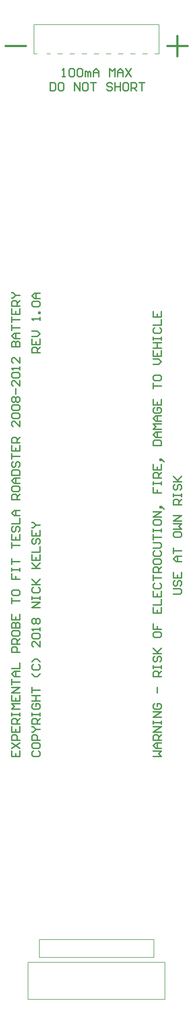
<source format=gto>
G04 Layer_Color=65535*
%FSLAX25Y25*%
%MOIN*%
G70*
G01*
G75*
%ADD10C,0.02500*%
%ADD17C,0.00500*%
%ADD18C,0.01500*%
D10*
X-112500Y1175000D02*
X-87500D01*
X87500D02*
X112500D01*
X100000Y1162500D02*
Y1187500D01*
D17*
X-84646Y689D02*
X84646D01*
X-84646D02*
Y46358D01*
X84646D01*
Y689D02*
Y46358D01*
X70866Y52382D02*
Y74429D01*
X-70866D02*
X70866D01*
X-70866Y52382D02*
Y74429D01*
Y52382D02*
X70866D01*
X77300Y1165276D02*
Y1201496D01*
X-77300D02*
X77300D01*
X-77300Y1165276D02*
Y1201496D01*
Y1165276D02*
X-73500D01*
X72000D02*
X77300D01*
X57000D02*
X63000D01*
X42000D02*
X48000D01*
X27000D02*
X33000D01*
X12000D02*
X18000D01*
X-3000D02*
X3000D01*
X-18000D02*
X-12000D01*
X-33000D02*
X-27000D01*
X-48000D02*
X-42000D01*
X-61500D02*
X-57000D01*
D18*
X95003Y500000D02*
X103334D01*
X105000Y501666D01*
Y504998D01*
X103334Y506665D01*
X95003D01*
X96669Y516661D02*
X95003Y514995D01*
Y511663D01*
X96669Y509997D01*
X98335D01*
X100002Y511663D01*
Y514995D01*
X101668Y516661D01*
X103334D01*
X105000Y514995D01*
Y511663D01*
X103334Y509997D01*
X95003Y526658D02*
Y519993D01*
X105000D01*
Y526658D01*
X100002Y519993D02*
Y523326D01*
X105000Y539987D02*
X98335D01*
X95003Y543319D01*
X98335Y546652D01*
X105000D01*
X100002D01*
Y539987D01*
X95003Y549984D02*
Y556648D01*
Y553316D01*
X105000D01*
X95003Y574976D02*
Y571643D01*
X96669Y569977D01*
X103334D01*
X105000Y571643D01*
Y574976D01*
X103334Y576642D01*
X96669D01*
X95003Y574976D01*
Y579974D02*
X105000D01*
X101668Y583306D01*
X105000Y586639D01*
X95003D01*
X105000Y589971D02*
X95003D01*
X105000Y596635D01*
X95003D01*
X105000Y609965D02*
X95003D01*
Y614963D01*
X96669Y616629D01*
X100002D01*
X101668Y614963D01*
Y609965D01*
Y613297D02*
X105000Y616629D01*
X95003Y619961D02*
Y623293D01*
Y621627D01*
X105000D01*
Y619961D01*
Y623293D01*
X96669Y634956D02*
X95003Y633290D01*
Y629958D01*
X96669Y628292D01*
X98335D01*
X100002Y629958D01*
Y633290D01*
X101668Y634956D01*
X103334D01*
X105000Y633290D01*
Y629958D01*
X103334Y628292D01*
X95003Y638289D02*
X105000D01*
X101668D01*
X95003Y644953D01*
X100002Y639955D01*
X105000Y644953D01*
X-57500Y1129997D02*
Y1120000D01*
X-52502D01*
X-50836Y1121666D01*
Y1128331D01*
X-52502Y1129997D01*
X-57500D01*
X-42505D02*
X-45837D01*
X-47503Y1128331D01*
Y1121666D01*
X-45837Y1120000D01*
X-42505D01*
X-40839Y1121666D01*
Y1128331D01*
X-42505Y1129997D01*
X-27510Y1120000D02*
Y1129997D01*
X-20845Y1120000D01*
Y1129997D01*
X-12515D02*
X-15847D01*
X-17513Y1128331D01*
Y1121666D01*
X-15847Y1120000D01*
X-12515D01*
X-10848Y1121666D01*
Y1128331D01*
X-12515Y1129997D01*
X-7516D02*
X-852D01*
X-4184D01*
Y1120000D01*
X19142Y1128331D02*
X17476Y1129997D01*
X14143D01*
X12477Y1128331D01*
Y1126665D01*
X14143Y1124998D01*
X17476D01*
X19142Y1123332D01*
Y1121666D01*
X17476Y1120000D01*
X14143D01*
X12477Y1121666D01*
X22474Y1129997D02*
Y1120000D01*
Y1124998D01*
X29139D01*
Y1129997D01*
Y1120000D01*
X37469Y1129997D02*
X34137D01*
X32471Y1128331D01*
Y1121666D01*
X34137Y1120000D01*
X37469D01*
X39135Y1121666D01*
Y1128331D01*
X37469Y1129997D01*
X42468Y1120000D02*
Y1129997D01*
X47466D01*
X49132Y1128331D01*
Y1124998D01*
X47466Y1123332D01*
X42468D01*
X45800D02*
X49132Y1120000D01*
X52464Y1129997D02*
X59129D01*
X55797D01*
Y1120000D01*
X70003Y300000D02*
X80000D01*
X76668Y303332D01*
X80000Y306664D01*
X70003D01*
X80000Y309997D02*
X73335D01*
X70003Y313329D01*
X73335Y316661D01*
X80000D01*
X75002D01*
Y309997D01*
X80000Y319993D02*
X70003D01*
Y324992D01*
X71669Y326658D01*
X75002D01*
X76668Y324992D01*
Y319993D01*
Y323326D02*
X80000Y326658D01*
Y329990D02*
X70003D01*
X80000Y336655D01*
X70003D01*
Y339987D02*
Y343319D01*
Y341653D01*
X80000D01*
Y339987D01*
Y343319D01*
Y348318D02*
X70003D01*
X80000Y354982D01*
X70003D01*
X71669Y364979D02*
X70003Y363313D01*
Y359981D01*
X71669Y358314D01*
X78334D01*
X80000Y359981D01*
Y363313D01*
X78334Y364979D01*
X75002D01*
Y361647D01*
Y378308D02*
Y384973D01*
X80000Y398302D02*
X70003D01*
Y403300D01*
X71669Y404966D01*
X75002D01*
X76668Y403300D01*
Y398302D01*
Y401634D02*
X80000Y404966D01*
X70003Y408298D02*
Y411631D01*
Y409965D01*
X80000D01*
Y408298D01*
Y411631D01*
X71669Y423293D02*
X70003Y421627D01*
Y418295D01*
X71669Y416629D01*
X73335D01*
X75002Y418295D01*
Y421627D01*
X76668Y423293D01*
X78334D01*
X80000Y421627D01*
Y418295D01*
X78334Y416629D01*
X70003Y426626D02*
X80000D01*
X76668D01*
X70003Y433290D01*
X75002Y428292D01*
X80000Y433290D01*
X70003Y451618D02*
Y448285D01*
X71669Y446619D01*
X78334D01*
X80000Y448285D01*
Y451618D01*
X78334Y453284D01*
X71669D01*
X70003Y451618D01*
Y463281D02*
Y456616D01*
X75002D01*
Y459948D01*
Y456616D01*
X80000D01*
X70003Y483274D02*
Y476610D01*
X80000D01*
Y483274D01*
X75002Y476610D02*
Y479942D01*
X70003Y486606D02*
X80000D01*
Y493271D01*
X70003Y503268D02*
Y496603D01*
X80000D01*
Y503268D01*
X75002Y496603D02*
Y499935D01*
X71669Y513264D02*
X70003Y511598D01*
Y508266D01*
X71669Y506600D01*
X78334D01*
X80000Y508266D01*
Y511598D01*
X78334Y513264D01*
X70003Y516597D02*
Y523261D01*
Y519929D01*
X80000D01*
Y526593D02*
X70003D01*
Y531592D01*
X71669Y533258D01*
X75002D01*
X76668Y531592D01*
Y526593D01*
Y529926D02*
X80000Y533258D01*
X70003Y541589D02*
Y538256D01*
X71669Y536590D01*
X78334D01*
X80000Y538256D01*
Y541589D01*
X78334Y543255D01*
X71669D01*
X70003Y541589D01*
X71669Y553252D02*
X70003Y551585D01*
Y548253D01*
X71669Y546587D01*
X78334D01*
X80000Y548253D01*
Y551585D01*
X78334Y553252D01*
X70003Y556584D02*
X78334D01*
X80000Y558250D01*
Y561582D01*
X78334Y563248D01*
X70003D01*
Y566580D02*
Y573245D01*
Y569913D01*
X80000D01*
X70003Y576577D02*
Y579910D01*
Y578243D01*
X80000D01*
Y576577D01*
Y579910D01*
X70003Y589906D02*
Y586574D01*
X71669Y584908D01*
X78334D01*
X80000Y586574D01*
Y589906D01*
X78334Y591573D01*
X71669D01*
X70003Y589906D01*
X80000Y594905D02*
X70003D01*
X80000Y601569D01*
X70003D01*
X81666Y606568D02*
X80000Y608234D01*
X78334D01*
Y606568D01*
X80000D01*
Y608234D01*
X81666Y606568D01*
X83332Y604902D01*
X70003Y631560D02*
Y624895D01*
X75002D01*
Y628227D01*
Y624895D01*
X80000D01*
X70003Y634892D02*
Y638224D01*
Y636558D01*
X80000D01*
Y634892D01*
Y638224D01*
Y643222D02*
X70003D01*
Y648221D01*
X71669Y649887D01*
X75002D01*
X76668Y648221D01*
Y643222D01*
Y646555D02*
X80000Y649887D01*
X70003Y659884D02*
Y653219D01*
X80000D01*
Y659884D01*
X75002Y653219D02*
Y656552D01*
X81666Y664882D02*
X80000Y666548D01*
X78334D01*
Y664882D01*
X80000D01*
Y666548D01*
X81666Y664882D01*
X83332Y663216D01*
X70003Y683210D02*
X80000D01*
Y688208D01*
X78334Y689874D01*
X71669D01*
X70003Y688208D01*
Y683210D01*
X80000Y693206D02*
X73335D01*
X70003Y696538D01*
X73335Y699871D01*
X80000D01*
X75002D01*
Y693206D01*
X80000Y703203D02*
X70003D01*
X73335Y706535D01*
X70003Y709868D01*
X80000D01*
Y713200D02*
X73335D01*
X70003Y716532D01*
X73335Y719864D01*
X80000D01*
X75002D01*
Y713200D01*
X71669Y729861D02*
X70003Y728195D01*
Y724863D01*
X71669Y723197D01*
X78334D01*
X80000Y724863D01*
Y728195D01*
X78334Y729861D01*
X75002D01*
Y726529D01*
X70003Y739858D02*
Y733193D01*
X80000D01*
Y739858D01*
X75002Y733193D02*
Y736526D01*
X70003Y753187D02*
Y759851D01*
Y756519D01*
X80000D01*
X70003Y768182D02*
Y764850D01*
X71669Y763184D01*
X78334D01*
X80000Y764850D01*
Y768182D01*
X78334Y769848D01*
X71669D01*
X70003Y768182D01*
Y783177D02*
X76668D01*
X80000Y786510D01*
X76668Y789842D01*
X70003D01*
Y799838D02*
Y793174D01*
X80000D01*
Y799838D01*
X75002Y793174D02*
Y796506D01*
X70003Y803171D02*
X80000D01*
X75002D01*
Y809835D01*
X70003D01*
X80000D01*
X70003Y813167D02*
Y816500D01*
Y814834D01*
X80000D01*
Y813167D01*
Y816500D01*
X71669Y828163D02*
X70003Y826497D01*
Y823164D01*
X71669Y821498D01*
X78334D01*
X80000Y823164D01*
Y826497D01*
X78334Y828163D01*
X70003Y831495D02*
X80000D01*
Y838159D01*
X70003Y848156D02*
Y841492D01*
X80000D01*
Y848156D01*
X75002Y841492D02*
Y844824D01*
X-70000Y797500D02*
X-79997D01*
Y802498D01*
X-78331Y804165D01*
X-74998D01*
X-73332Y802498D01*
Y797500D01*
Y800832D02*
X-70000Y804165D01*
X-79997Y814161D02*
Y807497D01*
X-70000D01*
Y814161D01*
X-74998Y807497D02*
Y810829D01*
X-79997Y817494D02*
X-73332D01*
X-70000Y820826D01*
X-73332Y824158D01*
X-79997D01*
X-70000Y837487D02*
Y840819D01*
Y839153D01*
X-79997D01*
X-78331Y837487D01*
X-70000Y845818D02*
X-71666D01*
Y847484D01*
X-70000D01*
Y845818D01*
X-78331Y854148D02*
X-79997Y855814D01*
Y859147D01*
X-78331Y860813D01*
X-71666D01*
X-70000Y859147D01*
Y855814D01*
X-71666Y854148D01*
X-78331D01*
X-70000Y864145D02*
X-76665D01*
X-79997Y867477D01*
X-76665Y870810D01*
X-70000D01*
X-74998D01*
Y864145D01*
X-78331Y306664D02*
X-79997Y304998D01*
Y301666D01*
X-78331Y300000D01*
X-71666D01*
X-70000Y301666D01*
Y304998D01*
X-71666Y306664D01*
X-79997Y314995D02*
Y311663D01*
X-78331Y309997D01*
X-71666D01*
X-70000Y311663D01*
Y314995D01*
X-71666Y316661D01*
X-78331D01*
X-79997Y314995D01*
X-70000Y319993D02*
X-79997D01*
Y324992D01*
X-78331Y326658D01*
X-74998D01*
X-73332Y324992D01*
Y319993D01*
X-79997Y329990D02*
X-78331D01*
X-74998Y333323D01*
X-78331Y336655D01*
X-79997D01*
X-74998Y333323D02*
X-70000D01*
Y339987D02*
X-79997D01*
Y344986D01*
X-78331Y346652D01*
X-74998D01*
X-73332Y344986D01*
Y339987D01*
Y343319D02*
X-70000Y346652D01*
X-79997Y349984D02*
Y353316D01*
Y351650D01*
X-70000D01*
Y349984D01*
Y353316D01*
X-78331Y364979D02*
X-79997Y363313D01*
Y359981D01*
X-78331Y358314D01*
X-71666D01*
X-70000Y359981D01*
Y363313D01*
X-71666Y364979D01*
X-74998D01*
Y361647D01*
X-79997Y368311D02*
X-70000D01*
X-74998D01*
Y374976D01*
X-79997D01*
X-70000D01*
X-79997Y378308D02*
Y384973D01*
Y381640D01*
X-70000D01*
Y401634D02*
X-73332Y398302D01*
X-76665D01*
X-79997Y401634D01*
X-78331Y413297D02*
X-79997Y411631D01*
Y408298D01*
X-78331Y406632D01*
X-71666D01*
X-70000Y408298D01*
Y411631D01*
X-71666Y413297D01*
X-70000Y416629D02*
X-73332Y419961D01*
X-76665D01*
X-79997Y416629D01*
X-70000Y441621D02*
Y434956D01*
X-76665Y441621D01*
X-78331D01*
X-79997Y439955D01*
Y436622D01*
X-78331Y434956D01*
Y444953D02*
X-79997Y446619D01*
Y449952D01*
X-78331Y451618D01*
X-71666D01*
X-70000Y449952D01*
Y446619D01*
X-71666Y444953D01*
X-78331D01*
X-70000Y454950D02*
Y458282D01*
Y456616D01*
X-79997D01*
X-78331Y454950D01*
Y463281D02*
X-79997Y464947D01*
Y468279D01*
X-78331Y469945D01*
X-76665D01*
X-74998Y468279D01*
X-73332Y469945D01*
X-71666D01*
X-70000Y468279D01*
Y464947D01*
X-71666Y463281D01*
X-73332D01*
X-74998Y464947D01*
X-76665Y463281D01*
X-78331D01*
X-74998Y464947D02*
Y468279D01*
X-70000Y483274D02*
X-79997D01*
X-70000Y489939D01*
X-79997D01*
Y493271D02*
Y496603D01*
Y494937D01*
X-70000D01*
Y493271D01*
Y496603D01*
X-78331Y508266D02*
X-79997Y506600D01*
Y503268D01*
X-78331Y501602D01*
X-71666D01*
X-70000Y503268D01*
Y506600D01*
X-71666Y508266D01*
X-79997Y511598D02*
X-70000D01*
X-73332D01*
X-79997Y518263D01*
X-74998Y513264D01*
X-70000Y518263D01*
X-79997Y531592D02*
X-70000D01*
X-73332D01*
X-79997Y538256D01*
X-74998Y533258D01*
X-70000Y538256D01*
X-79997Y548253D02*
Y541589D01*
X-70000D01*
Y548253D01*
X-74998Y541589D02*
Y544921D01*
X-79997Y551585D02*
X-70000D01*
Y558250D01*
X-78331Y568247D02*
X-79997Y566580D01*
Y563248D01*
X-78331Y561582D01*
X-76665D01*
X-74998Y563248D01*
Y566580D01*
X-73332Y568247D01*
X-71666D01*
X-70000Y566580D01*
Y563248D01*
X-71666Y561582D01*
X-79997Y578243D02*
Y571579D01*
X-70000D01*
Y578243D01*
X-74998Y571579D02*
Y574911D01*
X-79997Y581576D02*
X-78331D01*
X-74998Y584908D01*
X-78331Y588240D01*
X-79997D01*
X-74998Y584908D02*
X-70000D01*
X-42500Y1137500D02*
X-39168D01*
X-40834D01*
Y1147497D01*
X-42500Y1145831D01*
X-34169D02*
X-32503Y1147497D01*
X-29171D01*
X-27505Y1145831D01*
Y1139166D01*
X-29171Y1137500D01*
X-32503D01*
X-34169Y1139166D01*
Y1145831D01*
X-24173D02*
X-22506Y1147497D01*
X-19174D01*
X-17508Y1145831D01*
Y1139166D01*
X-19174Y1137500D01*
X-22506D01*
X-24173Y1139166D01*
Y1145831D01*
X-14176Y1137500D02*
Y1144164D01*
X-12510D01*
X-10844Y1142498D01*
Y1137500D01*
Y1142498D01*
X-9177Y1144164D01*
X-7511Y1142498D01*
Y1137500D01*
X-4179D02*
Y1144164D01*
X-847Y1147497D01*
X2486Y1144164D01*
Y1137500D01*
Y1142498D01*
X-4179D01*
X15814Y1137500D02*
Y1147497D01*
X19147Y1144164D01*
X22479Y1147497D01*
Y1137500D01*
X25811D02*
Y1144164D01*
X29144Y1147497D01*
X32476Y1144164D01*
Y1137500D01*
Y1142498D01*
X25811D01*
X35808Y1147497D02*
X42472Y1137500D01*
Y1147497D02*
X35808Y1137500D01*
X-104997Y306664D02*
Y300000D01*
X-95000D01*
Y306664D01*
X-99998Y300000D02*
Y303332D01*
X-104997Y309997D02*
X-95000Y316661D01*
X-104997D02*
X-95000Y309997D01*
Y319993D02*
X-104997D01*
Y324992D01*
X-103331Y326658D01*
X-99998D01*
X-98332Y324992D01*
Y319993D01*
X-104997Y336655D02*
Y329990D01*
X-95000D01*
Y336655D01*
X-99998Y329990D02*
Y333323D01*
X-95000Y339987D02*
X-104997D01*
Y344986D01*
X-103331Y346652D01*
X-99998D01*
X-98332Y344986D01*
Y339987D01*
Y343319D02*
X-95000Y346652D01*
X-104997Y349984D02*
Y353316D01*
Y351650D01*
X-95000D01*
Y349984D01*
Y353316D01*
Y358314D02*
X-104997D01*
X-101664Y361647D01*
X-104997Y364979D01*
X-95000D01*
X-104997Y374976D02*
Y368311D01*
X-95000D01*
Y374976D01*
X-99998Y368311D02*
Y371643D01*
X-95000Y378308D02*
X-104997D01*
X-95000Y384973D01*
X-104997D01*
Y388305D02*
Y394969D01*
Y391637D01*
X-95000D01*
Y398302D02*
X-101664D01*
X-104997Y401634D01*
X-101664Y404966D01*
X-95000D01*
X-99998D01*
Y398302D01*
X-104997Y408298D02*
X-95000D01*
Y414963D01*
Y428292D02*
X-104997D01*
Y433290D01*
X-103331Y434956D01*
X-99998D01*
X-98332Y433290D01*
Y428292D01*
X-95000Y438289D02*
X-104997D01*
Y443287D01*
X-103331Y444953D01*
X-99998D01*
X-98332Y443287D01*
Y438289D01*
Y441621D02*
X-95000Y444953D01*
X-104997Y453284D02*
Y449952D01*
X-103331Y448285D01*
X-96666D01*
X-95000Y449952D01*
Y453284D01*
X-96666Y454950D01*
X-103331D01*
X-104997Y453284D01*
Y458282D02*
X-95000D01*
Y463281D01*
X-96666Y464947D01*
X-98332D01*
X-99998Y463281D01*
Y458282D01*
Y463281D01*
X-101664Y464947D01*
X-103331D01*
X-104997Y463281D01*
Y458282D01*
Y474943D02*
Y468279D01*
X-95000D01*
Y474943D01*
X-99998Y468279D02*
Y471611D01*
X-104997Y488272D02*
Y494937D01*
Y491605D01*
X-95000D01*
X-104997Y503268D02*
Y499935D01*
X-103331Y498269D01*
X-96666D01*
X-95000Y499935D01*
Y503268D01*
X-96666Y504934D01*
X-103331D01*
X-104997Y503268D01*
Y524927D02*
Y518263D01*
X-99998D01*
Y521595D01*
Y518263D01*
X-95000D01*
X-104997Y528260D02*
Y531592D01*
Y529926D01*
X-95000D01*
Y528260D01*
Y531592D01*
X-104997Y536590D02*
Y543255D01*
Y539923D01*
X-95000D01*
X-104997Y556584D02*
Y563248D01*
Y559916D01*
X-95000D01*
X-104997Y573245D02*
Y566580D01*
X-95000D01*
Y573245D01*
X-99998Y566580D02*
Y569913D01*
X-103331Y583242D02*
X-104997Y581576D01*
Y578243D01*
X-103331Y576577D01*
X-101664D01*
X-99998Y578243D01*
Y581576D01*
X-98332Y583242D01*
X-96666D01*
X-95000Y581576D01*
Y578243D01*
X-96666Y576577D01*
X-104997Y586574D02*
X-95000D01*
Y593239D01*
Y596571D02*
X-101664D01*
X-104997Y599903D01*
X-101664Y603235D01*
X-95000D01*
X-99998D01*
Y596571D01*
X-95000Y616564D02*
X-104997D01*
Y621563D01*
X-103331Y623229D01*
X-99998D01*
X-98332Y621563D01*
Y616564D01*
Y619897D02*
X-95000Y623229D01*
X-104997Y631560D02*
Y628227D01*
X-103331Y626561D01*
X-96666D01*
X-95000Y628227D01*
Y631560D01*
X-96666Y633226D01*
X-103331D01*
X-104997Y631560D01*
X-95000Y636558D02*
X-101664D01*
X-104997Y639890D01*
X-101664Y643222D01*
X-95000D01*
X-99998D01*
Y636558D01*
X-104997Y646555D02*
X-95000D01*
Y651553D01*
X-96666Y653219D01*
X-103331D01*
X-104997Y651553D01*
Y646555D01*
X-103331Y663216D02*
X-104997Y661550D01*
Y658218D01*
X-103331Y656552D01*
X-101664D01*
X-99998Y658218D01*
Y661550D01*
X-98332Y663216D01*
X-96666D01*
X-95000Y661550D01*
Y658218D01*
X-96666Y656552D01*
X-104997Y666548D02*
Y673213D01*
Y669880D01*
X-95000D01*
X-104997Y683210D02*
Y676545D01*
X-95000D01*
Y683210D01*
X-99998Y676545D02*
Y679877D01*
X-95000Y686542D02*
X-104997D01*
Y691540D01*
X-103331Y693206D01*
X-99998D01*
X-98332Y691540D01*
Y686542D01*
Y689874D02*
X-95000Y693206D01*
Y713200D02*
Y706535D01*
X-101664Y713200D01*
X-103331D01*
X-104997Y711534D01*
Y708201D01*
X-103331Y706535D01*
Y716532D02*
X-104997Y718198D01*
Y721530D01*
X-103331Y723197D01*
X-96666D01*
X-95000Y721530D01*
Y718198D01*
X-96666Y716532D01*
X-103331D01*
Y726529D02*
X-104997Y728195D01*
Y731527D01*
X-103331Y733193D01*
X-96666D01*
X-95000Y731527D01*
Y728195D01*
X-96666Y726529D01*
X-103331D01*
Y736526D02*
X-104997Y738192D01*
Y741524D01*
X-103331Y743190D01*
X-101664D01*
X-99998Y741524D01*
X-98332Y743190D01*
X-96666D01*
X-95000Y741524D01*
Y738192D01*
X-96666Y736526D01*
X-98332D01*
X-99998Y738192D01*
X-101664Y736526D01*
X-103331D01*
X-99998Y738192D02*
Y741524D01*
Y746522D02*
Y753187D01*
X-95000Y763184D02*
Y756519D01*
X-101664Y763184D01*
X-103331D01*
X-104997Y761517D01*
Y758185D01*
X-103331Y756519D01*
Y766516D02*
X-104997Y768182D01*
Y771514D01*
X-103331Y773180D01*
X-96666D01*
X-95000Y771514D01*
Y768182D01*
X-96666Y766516D01*
X-103331D01*
X-95000Y776513D02*
Y779845D01*
Y778179D01*
X-104997D01*
X-103331Y776513D01*
X-95000Y791508D02*
Y784843D01*
X-101664Y791508D01*
X-103331D01*
X-104997Y789842D01*
Y786510D01*
X-103331Y784843D01*
X-104997Y804837D02*
X-95000D01*
Y809835D01*
X-96666Y811501D01*
X-98332D01*
X-99998Y809835D01*
Y804837D01*
Y809835D01*
X-101664Y811501D01*
X-103331D01*
X-104997Y809835D01*
Y804837D01*
X-95000Y814834D02*
X-101664D01*
X-104997Y818166D01*
X-101664Y821498D01*
X-95000D01*
X-99998D01*
Y814834D01*
X-104997Y824830D02*
Y831495D01*
Y828163D01*
X-95000D01*
X-104997Y834827D02*
Y841492D01*
Y838159D01*
X-95000D01*
X-104997Y851488D02*
Y844824D01*
X-95000D01*
Y851488D01*
X-99998Y844824D02*
Y848156D01*
X-95000Y854821D02*
X-104997D01*
Y859819D01*
X-103331Y861485D01*
X-99998D01*
X-98332Y859819D01*
Y854821D01*
Y858153D02*
X-95000Y861485D01*
X-104997Y864818D02*
X-103331D01*
X-99998Y868150D01*
X-103331Y871482D01*
X-104997D01*
X-99998Y868150D02*
X-95000D01*
M02*

</source>
